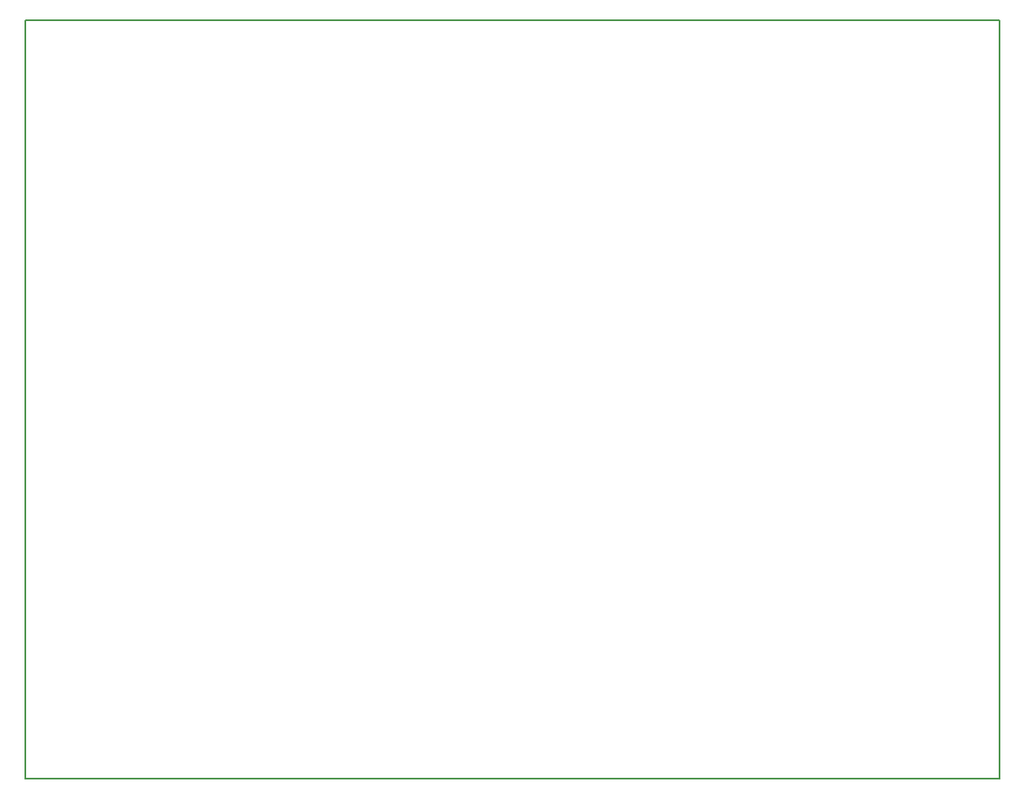
<source format=gbr>
G04 #@! TF.GenerationSoftware,KiCad,Pcbnew,(5.1.2)-1*
G04 #@! TF.CreationDate,2019-05-13T21:13:34+02:00*
G04 #@! TF.ProjectId,braccio shield,62726163-6369-46f2-9073-6869656c642e,rev?*
G04 #@! TF.SameCoordinates,Original*
G04 #@! TF.FileFunction,Legend,Bot*
G04 #@! TF.FilePolarity,Positive*
%FSLAX46Y46*%
G04 Gerber Fmt 4.6, Leading zero omitted, Abs format (unit mm)*
G04 Created by KiCad (PCBNEW (5.1.2)-1) date 2019-05-13 21:13:34*
%MOMM*%
%LPD*%
G04 APERTURE LIST*
%ADD10C,0.150000*%
G04 APERTURE END LIST*
D10*
X45720000Y-30480000D02*
X53340000Y-30480000D01*
X53340000Y-106680000D02*
X45720000Y-106680000D01*
X143510000Y-106680000D02*
X143510000Y-30480000D01*
X53340000Y-106680000D02*
X143510000Y-106680000D01*
X45720000Y-30480000D02*
X45720000Y-106680000D01*
X143510000Y-30480000D02*
X53340000Y-30480000D01*
M02*

</source>
